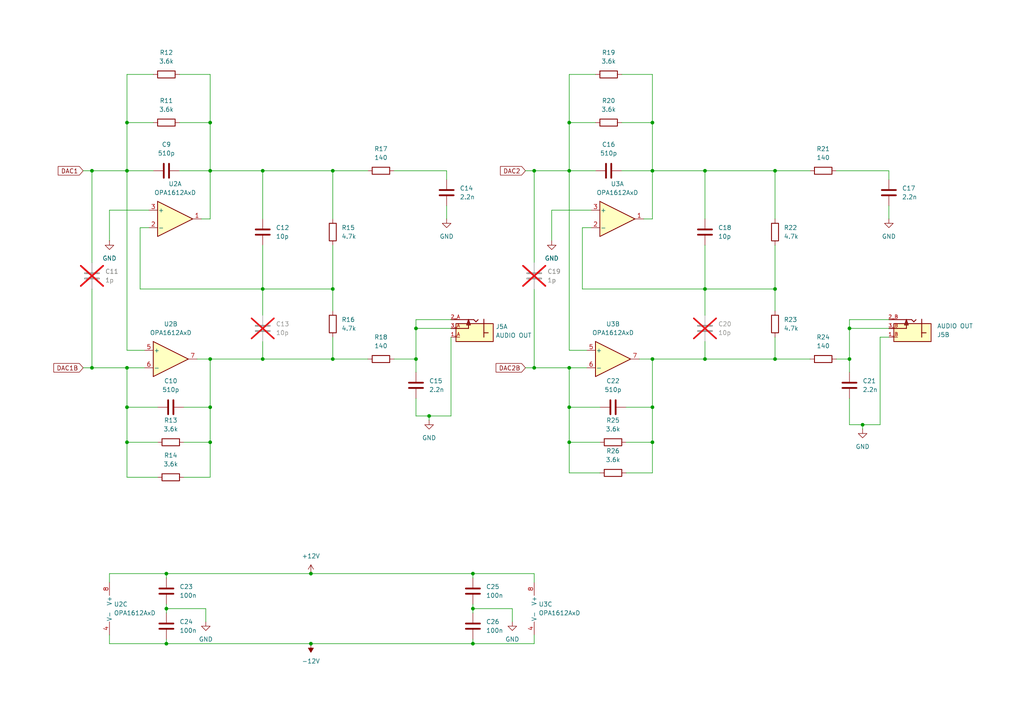
<source format=kicad_sch>
(kicad_sch (version 20250114) (generator "eeschema") (generator_version "9.0")
  (paper "A4")
  (lib_symbols
    (symbol "Amplifier_Operational:OPA1612AxD" (pin_names (offset 0.127))
      (property "Reference" "U" (at 0 5.08 0))
      (property "Value" "OPA1612AxD" (at 0 -5.08 0))
      (symbol "OPA1612AxD_1_1"
        (polyline (pts (xy -5.08 5.08) (xy 5.08 0) (xy -5.08 -5.08) (xy -5.08 5.08)) (stroke (width 0.254)) (fill (type background)))
        (pin input line (at -7.62 2.54 0) (length 2.54) (name "+") (number "3"))
        (pin input line (at -7.62 -2.54 0) (length 2.54) (name "-") (number "2"))
        (pin output line (at 7.62 0 180) (length 2.54) (name "~") (number "1"))
      )
      (symbol "OPA1612AxD_2_1"
        (polyline (pts (xy -5.08 5.08) (xy 5.08 0) (xy -5.08 -5.08) (xy -5.08 5.08)) (stroke (width 0.254)) (fill (type background)))
        (pin input line (at -7.62 2.54 0) (length 2.54) (name "+") (number "5"))
        (pin input line (at -7.62 -2.54 0) (length 2.54) (name "-") (number "6"))
        (pin output line (at 7.62 0 180) (length 2.54) (name "~") (number "7"))
      )
      (symbol "OPA1612AxD_3_1"
        (pin power_in line (at -2.54 7.62 270) (length 3.81) (name "V+") (number "8"))
        (pin power_in line (at -2.54 -7.62 90) (length 3.81) (name "V-") (number "4"))
      )
    )
    (symbol "Custom:PJRAN2X1U01AUX" (pin_names (offset 1.016))
      (property "Reference" "J" (at -5.08 5.08 0))
      (property "Value" "PJRAN2X1U01AUX" (at -5.08 -5.08 0))
      (symbol "PJRAN2X1U01AUX_1_0"
        (rectangle (start -7.1574 -3.8292) (end 3.6376 1.3778) (stroke (width 0.254)) (fill (type background)))
        (polyline (pts (xy -4.445 2.667) (xy -4.445 -1.27)) (stroke (width 0.254)))
        (polyline (pts (xy -4.445 -1.27) (xy -5.715 -1.27)) (stroke (width 0.254)))
        (polyline (pts (xy -4.445 -1.27) (xy -4.445 -2.54)) (stroke (width 0.254)))
        (polyline (pts (xy -2.159 1.905) (xy -2.794 2.54)) (stroke (width 0.254)))
        (polyline (pts (xy -1.524 2.54) (xy -2.159 1.905)) (stroke (width 0.254)))
        (polyline (pts (xy -0.508 1.016) (xy 0.508 1.016)) (stroke (width 0.254)))
        (polyline (pts (xy 0 2.54) (xy -1.524 2.54)) (stroke (width 0.254)))
        (polyline (pts (xy 0 2.54) (xy -0.508 1.016)) (stroke (width 0.254)))
        (polyline (pts (xy 0 2.54) (xy 0 0)) (stroke (width 0.254)))
        (polyline (pts (xy 0 0) (xy 5.08 0)) (stroke (width 0.254)))
        (polyline (pts (xy 0.508 1.016) (xy 0 2.54)) (stroke (width 0.254)))
        (polyline (pts (xy 5.08 2.54) (xy 0 2.54)) (stroke (width 0.254)))
        (pin passive line (at 5.08 2.54 180) (length 2.54) (name "~") (number "2_A"))
        (pin passive line (at 5.08 0 180) (length 2.54) (name "~") (number "3_A"))
        (pin passive line (at 5.08 -2.54 180) (length 2.54) (name "~") (number "1_A"))
      )
      (symbol "PJRAN2X1U01AUX_2_0"
        (rectangle (start -7.1574 -3.8292) (end 3.6376 1.3778) (stroke (width 0.254)) (fill (type background)))
        (polyline (pts (xy -4.445 2.667) (xy -4.445 -1.27)) (stroke (width 0.254)))
        (polyline (pts (xy -4.445 -1.27) (xy -5.715 -1.27)) (stroke (width 0.254)))
        (polyline (pts (xy -4.445 -1.27) (xy -4.445 -2.54)) (stroke (width 0.254)))
        (polyline (pts (xy -2.159 1.905) (xy -2.794 2.54)) (stroke (width 0.254)))
        (polyline (pts (xy -1.524 2.54) (xy -2.159 1.905)) (stroke (width 0.254)))
        (polyline (pts (xy -0.508 1.016) (xy 0.508 1.016)) (stroke (width 0.254)))
        (polyline (pts (xy 0 2.54) (xy -1.524 2.54)) (stroke (width 0.254)))
        (polyline (pts (xy 0 2.54) (xy -0.508 1.016)) (stroke (width 0.254)))
        (polyline (pts (xy 0 2.54) (xy 0 0)) (stroke (width 0.254)))
        (polyline (pts (xy 0 0) (xy 5.08 0)) (stroke (width 0.254)))
        (polyline (pts (xy 0.508 1.016) (xy 0 2.54)) (stroke (width 0.254)))
        (polyline (pts (xy 5.08 2.54) (xy 0 2.54)) (stroke (width 0.254)))
        (pin passive line (at 5.08 2.54 180) (length 2.54) (name "~") (number "2_B"))
        (pin passive line (at 5.08 0 180) (length 2.54) (name "~") (number "3_B"))
        (pin passive line (at 5.08 -2.54 180) (length 2.54) (name "~") (number "1_B"))
      )
    )
    (symbol "Device:C" (pin_numbers (hide yes)) (pin_names (offset 0.254))
      (property "Reference" "C" (at 0.635 2.54 0))
      (property "Value" "C" (at 0.635 -2.54 0))
      (symbol "C_0_1"
        (polyline (pts (xy -2.032 0.762) (xy 2.032 0.762)) (stroke (width 0.508)))
        (polyline (pts (xy -2.032 -0.762) (xy 2.032 -0.762)) (stroke (width 0.508)))
      )
      (symbol "C_1_1"
        (pin passive line (at 0 3.81 270) (length 2.794) (name "~") (number "1"))
        (pin passive line (at 0 -3.81 90) (length 2.794) (name "~") (number "2"))
      )
    )
    (symbol "Device:R" (pin_numbers (hide yes)) (pin_names (offset 0))
      (property "Reference" "R" (at 2.032 0 90))
      (property "Value" "R" (at 0 0 90))
      (symbol "R_0_1"
        (rectangle (start -1.016 -2.54) (end 1.016 2.54) (stroke (width 0.254)))
      )
      (symbol "R_1_1"
        (pin passive line (at 0 3.81 270) (length 1.27) (name "~") (number "1"))
        (pin passive line (at 0 -3.81 90) (length 1.27) (name "~") (number "2"))
      )
    )
    (symbol "power:+12V" (power) (pin_numbers (hide yes)) (pin_names (offset 0) (hide yes))
      (property "Value" "+12V" (at 0 3.556 0))
      (symbol "+12V_0_1"
        (polyline (pts (xy -0.762 1.27) (xy 0 2.54)))
        (polyline (pts (xy 0 2.54) (xy 0.762 1.27)))
        (polyline (pts (xy 0 0) (xy 0 2.54)))
      )
      (symbol "+12V_1_1"
        (pin power_in line (at 0 0 90) (length 0) (name "~") (number "1"))
      )
    )
    (symbol "power:-12V" (power) (pin_numbers (hide yes)) (pin_names (offset 0) (hide yes))
      (property "Value" "-12V" (at 0 3.556 0))
      (symbol "-12V_0_0"
        (pin power_in line (at 0 0 90) (length 0) (name "~") (number "1"))
      )
      (symbol "-12V_0_1"
        (polyline (pts (xy 0 0) (xy 0 1.27) (xy 0.762 1.27) (xy 0 2.54) (xy -0.762 1.27) (xy 0 1.27)) (fill (type outline)))
      )
    )
    (symbol "power:GND" (power) (pin_numbers (hide yes)) (pin_names (offset 0) (hide yes))
      (property "Value" "GND" (at 0 -3.81 0))
      (symbol "GND_0_1"
        (polyline (pts (xy 0 0) (xy 0 -1.27) (xy 1.27 -1.27) (xy 0 -2.54) (xy -1.27 -1.27) (xy 0 -1.27)))
      )
      (symbol "GND_1_1"
        (pin power_in line (at 0 0 270) (length 0) (name "~") (number "1"))
      )
    )
    (symbol "power:GNDA" (power) (pin_numbers (hide yes)) (pin_names (offset 0) (hide yes))
      (property "Value" "GNDA" (at 0 -3.81 0))
      (symbol "GNDA_0_1"
        (polyline (pts (xy 0 0) (xy 0 -1.27) (xy 1.27 -1.27) (xy 0 -2.54) (xy -1.27 -1.27) (xy 0 -1.27)))
      )
      (symbol "GNDA_1_1"
        (pin power_in line (at 0 0 270) (length 0) (name "~") (number "1"))
      )
    )
  )
  (junction (at 48.26 176.53))
  (junction (at 48.26 166.37))
  (junction (at 250.19 123.19))
  (junction (at 60.96 104.14))
  (junction (at 189.23 35.56))
  (junction (at 96.52 104.14))
  (junction (at 224.79 49.53))
  (junction (at 36.83 35.56))
  (junction (at 96.52 83.82))
  (junction (at 224.79 83.82))
  (junction (at 76.2 104.14))
  (junction (at 165.1 118.11))
  (junction (at 154.94 49.53))
  (junction (at 36.83 118.11))
  (junction (at 96.52 49.53))
  (junction (at 189.23 104.14))
  (junction (at 189.23 118.11))
  (junction (at 120.65 95.25))
  (junction (at 60.96 49.53))
  (junction (at 204.47 83.82))
  (junction (at 189.23 49.53))
  (junction (at 60.96 118.11))
  (junction (at 48.26 186.69))
  (junction (at 204.47 104.14))
  (junction (at 246.38 95.25))
  (junction (at 76.2 83.82))
  (junction (at 90.17 166.37))
  (junction (at 120.65 104.14))
  (junction (at 165.1 128.27))
  (junction (at 137.16 166.37))
  (junction (at 137.16 186.69))
  (junction (at 36.83 49.53))
  (junction (at 76.2 49.53))
  (junction (at 165.1 35.56))
  (junction (at 165.1 49.53))
  (junction (at 137.16 176.53))
  (junction (at 165.1 106.68))
  (junction (at 224.79 104.14))
  (junction (at 189.23 128.27))
  (junction (at 26.67 106.68))
  (junction (at 124.46 120.65))
  (junction (at 60.96 35.56))
  (junction (at 26.67 49.53))
  (junction (at 60.96 128.27))
  (junction (at 36.83 128.27))
  (junction (at 204.47 49.53))
  (junction (at 246.38 104.14))
  (junction (at 90.17 186.69))
  (junction (at 154.94 106.68))
  (junction (at 36.83 106.68))
  (wire (pts (xy 48.26 176.53) (xy 59.69 176.53)))
  (wire (pts (xy 189.23 104.14) (xy 185.42 104.14)))
  (wire (pts (xy 96.52 49.53) (xy 106.68 49.53)))
  (wire (pts (xy 36.83 128.27) (xy 36.83 138.43)))
  (wire (pts (xy 40.64 83.82) (xy 76.2 83.82)))
  (wire (pts (xy 43.18 60.96) (xy 31.75 60.96)))
  (wire (pts (xy 60.96 104.14) (xy 57.15 104.14)))
  (wire (pts (xy 137.16 176.53) (xy 137.16 177.8)))
  (wire (pts (xy 48.26 185.42) (xy 48.26 186.69)))
  (wire (pts (xy 165.1 101.6) (xy 170.18 101.6)))
  (wire (pts (xy 189.23 128.27) (xy 189.23 137.16)))
  (wire (pts (xy 246.38 92.71) (xy 246.38 95.25)))
  (wire (pts (xy 45.72 128.27) (xy 36.83 128.27)))
  (wire (pts (xy 204.47 83.82) (xy 224.79 83.82)))
  (wire (pts (xy 137.16 176.53) (xy 148.59 176.53)))
  (wire (pts (xy 60.96 49.53) (xy 76.2 49.53)))
  (wire (pts (xy 40.64 66.04) (xy 40.64 83.82)))
  (wire (pts (xy 165.1 35.56) (xy 172.72 35.56)))
  (wire (pts (xy 242.57 49.53) (xy 257.81 49.53)))
  (wire (pts (xy 154.94 166.37) (xy 154.94 168.91)))
  (wire (pts (xy 76.2 49.53) (xy 96.52 49.53)))
  (wire (pts (xy 204.47 104.14) (xy 224.79 104.14)))
  (wire (pts (xy 224.79 97.79) (xy 224.79 104.14)))
  (wire (pts (xy 160.02 60.96) (xy 160.02 69.85)))
  (wire (pts (xy 120.65 104.14) (xy 120.65 95.25)))
  (wire (pts (xy 48.26 186.69) (xy 31.75 186.69)))
  (wire (pts (xy 204.47 99.06) (xy 204.47 104.14)))
  (wire (pts (xy 76.2 71.12) (xy 76.2 83.82)))
  (wire (pts (xy 246.38 123.19) (xy 250.19 123.19)))
  (wire (pts (xy 52.07 35.56) (xy 60.96 35.56)))
  (wire (pts (xy 43.18 66.04) (xy 40.64 66.04)))
  (wire (pts (xy 130.81 97.79) (xy 130.81 120.65)))
  (wire (pts (xy 124.46 121.92) (xy 124.46 120.65)))
  (wire (pts (xy 26.67 106.68) (xy 36.83 106.68)))
  (wire (pts (xy 204.47 49.53) (xy 204.47 63.5)))
  (wire (pts (xy 154.94 106.68) (xy 165.1 106.68)))
  (wire (pts (xy 31.75 168.91) (xy 31.75 166.37)))
  (wire (pts (xy 154.94 49.53) (xy 165.1 49.53)))
  (wire (pts (xy 246.38 107.95) (xy 246.38 104.14)))
  (wire (pts (xy 60.96 128.27) (xy 53.34 128.27)))
  (wire (pts (xy 76.2 83.82) (xy 76.2 91.44)))
  (wire (pts (xy 96.52 71.12) (xy 96.52 83.82)))
  (wire (pts (xy 120.65 120.65) (xy 124.46 120.65)))
  (wire (pts (xy 180.34 21.59) (xy 189.23 21.59)))
  (wire (pts (xy 180.34 35.56) (xy 189.23 35.56)))
  (wire (pts (xy 137.16 175.26) (xy 137.16 176.53)))
  (wire (pts (xy 60.96 21.59) (xy 60.96 35.56)))
  (wire (pts (xy 76.2 83.82) (xy 96.52 83.82)))
  (wire (pts (xy 60.96 49.53) (xy 60.96 63.5)))
  (wire (pts (xy 96.52 83.82) (xy 96.52 90.17)))
  (wire (pts (xy 204.47 71.12) (xy 204.47 83.82)))
  (wire (pts (xy 189.23 118.11) (xy 189.23 104.14)))
  (wire (pts (xy 96.52 49.53) (xy 96.52 63.5)))
  (wire (pts (xy 154.94 184.15) (xy 154.94 186.69)))
  (wire (pts (xy 120.65 92.71) (xy 120.65 95.25)))
  (wire (pts (xy 48.26 166.37) (xy 48.26 167.64)))
  (wire (pts (xy 130.81 120.65) (xy 124.46 120.65)))
  (wire (pts (xy 36.83 49.53) (xy 36.83 101.6)))
  (wire (pts (xy 204.47 49.53) (xy 224.79 49.53)))
  (wire (pts (xy 154.94 83.82) (xy 154.94 106.68)))
  (wire (pts (xy 154.94 186.69) (xy 137.16 186.69)))
  (wire (pts (xy 31.75 186.69) (xy 31.75 184.15)))
  (wire (pts (xy 53.34 138.43) (xy 60.96 138.43)))
  (wire (pts (xy 24.13 106.68) (xy 26.67 106.68)))
  (wire (pts (xy 189.23 118.11) (xy 189.23 128.27)))
  (wire (pts (xy 76.2 49.53) (xy 76.2 63.5)))
  (wire (pts (xy 255.27 97.79) (xy 255.27 123.19)))
  (wire (pts (xy 137.16 186.69) (xy 90.17 186.69)))
  (wire (pts (xy 129.54 59.69) (xy 129.54 63.5)))
  (wire (pts (xy 137.16 166.37) (xy 137.16 167.64)))
  (wire (pts (xy 90.17 186.69) (xy 48.26 186.69)))
  (wire (pts (xy 171.45 66.04) (xy 168.91 66.04)))
  (wire (pts (xy 224.79 49.53) (xy 234.95 49.53)))
  (wire (pts (xy 60.96 63.5) (xy 58.42 63.5)))
  (wire (pts (xy 168.91 83.82) (xy 204.47 83.82)))
  (wire (pts (xy 165.1 49.53) (xy 165.1 35.56)))
  (wire (pts (xy 171.45 60.96) (xy 160.02 60.96)))
  (wire (pts (xy 165.1 118.11) (xy 173.99 118.11)))
  (wire (pts (xy 257.81 49.53) (xy 257.81 52.07)))
  (wire (pts (xy 96.52 104.14) (xy 106.68 104.14)))
  (wire (pts (xy 165.1 118.11) (xy 165.1 128.27)))
  (wire (pts (xy 36.83 21.59) (xy 44.45 21.59)))
  (wire (pts (xy 189.23 35.56) (xy 189.23 49.53)))
  (wire (pts (xy 26.67 49.53) (xy 26.67 76.2)))
  (wire (pts (xy 120.65 95.25) (xy 130.81 95.25)))
  (wire (pts (xy 154.94 49.53) (xy 154.94 76.2)))
  (wire (pts (xy 114.3 49.53) (xy 129.54 49.53)))
  (wire (pts (xy 224.79 104.14) (xy 234.95 104.14)))
  (wire (pts (xy 24.13 49.53) (xy 26.67 49.53)))
  (wire (pts (xy 165.1 35.56) (xy 165.1 21.59)))
  (wire (pts (xy 204.47 83.82) (xy 204.47 91.44)))
  (wire (pts (xy 224.79 49.53) (xy 224.79 63.5)))
  (wire (pts (xy 170.18 106.68) (xy 165.1 106.68)))
  (wire (pts (xy 76.2 99.06) (xy 76.2 104.14)))
  (wire (pts (xy 31.75 166.37) (xy 48.26 166.37)))
  (wire (pts (xy 36.83 138.43) (xy 45.72 138.43)))
  (wire (pts (xy 257.81 92.71) (xy 246.38 92.71)))
  (wire (pts (xy 36.83 49.53) (xy 44.45 49.53)))
  (wire (pts (xy 173.99 128.27) (xy 165.1 128.27)))
  (wire (pts (xy 189.23 63.5) (xy 186.69 63.5)))
  (wire (pts (xy 137.16 185.42) (xy 137.16 186.69)))
  (wire (pts (xy 36.83 35.56) (xy 44.45 35.56)))
  (wire (pts (xy 137.16 166.37) (xy 154.94 166.37)))
  (wire (pts (xy 152.4 106.68) (xy 154.94 106.68)))
  (wire (pts (xy 76.2 104.14) (xy 96.52 104.14)))
  (wire (pts (xy 48.26 176.53) (xy 48.26 177.8)))
  (wire (pts (xy 120.65 120.65) (xy 120.65 115.57)))
  (wire (pts (xy 224.79 71.12) (xy 224.79 83.82)))
  (wire (pts (xy 31.75 60.96) (xy 31.75 69.85)))
  (wire (pts (xy 246.38 95.25) (xy 257.81 95.25)))
  (wire (pts (xy 246.38 95.25) (xy 246.38 104.14)))
  (wire (pts (xy 165.1 49.53) (xy 165.1 101.6)))
  (wire (pts (xy 60.96 35.56) (xy 60.96 49.53)))
  (wire (pts (xy 165.1 106.68) (xy 165.1 118.11)))
  (wire (pts (xy 36.83 101.6) (xy 41.91 101.6)))
  (wire (pts (xy 189.23 128.27) (xy 181.61 128.27)))
  (wire (pts (xy 53.34 118.11) (xy 60.96 118.11)))
  (wire (pts (xy 250.19 123.19) (xy 250.19 124.46)))
  (wire (pts (xy 246.38 115.57) (xy 246.38 123.19)))
  (wire (pts (xy 255.27 123.19) (xy 250.19 123.19)))
  (wire (pts (xy 52.07 49.53) (xy 60.96 49.53)))
  (wire (pts (xy 168.91 66.04) (xy 168.91 83.82)))
  (wire (pts (xy 120.65 107.95) (xy 120.65 104.14)))
  (wire (pts (xy 189.23 49.53) (xy 189.23 63.5)))
  (wire (pts (xy 26.67 49.53) (xy 36.83 49.53)))
  (wire (pts (xy 36.83 118.11) (xy 36.83 128.27)))
  (wire (pts (xy 181.61 118.11) (xy 189.23 118.11)))
  (wire (pts (xy 165.1 49.53) (xy 172.72 49.53)))
  (wire (pts (xy 59.69 176.53) (xy 59.69 180.34)))
  (wire (pts (xy 181.61 137.16) (xy 189.23 137.16)))
  (wire (pts (xy 165.1 137.16) (xy 173.99 137.16)))
  (wire (pts (xy 41.91 106.68) (xy 36.83 106.68)))
  (wire (pts (xy 224.79 83.82) (xy 224.79 90.17)))
  (wire (pts (xy 60.96 104.14) (xy 76.2 104.14)))
  (wire (pts (xy 129.54 49.53) (xy 129.54 52.07)))
  (wire (pts (xy 48.26 175.26) (xy 48.26 176.53)))
  (wire (pts (xy 165.1 21.59) (xy 172.72 21.59)))
  (wire (pts (xy 96.52 97.79) (xy 96.52 104.14)))
  (wire (pts (xy 60.96 128.27) (xy 60.96 138.43)))
  (wire (pts (xy 189.23 21.59) (xy 189.23 35.56)))
  (wire (pts (xy 148.59 176.53) (xy 148.59 180.34)))
  (wire (pts (xy 26.67 83.82) (xy 26.67 106.68)))
  (wire (pts (xy 257.81 59.69) (xy 257.81 63.5)))
  (wire (pts (xy 48.26 166.37) (xy 90.17 166.37)))
  (wire (pts (xy 242.57 104.14) (xy 246.38 104.14)))
  (wire (pts (xy 90.17 166.37) (xy 137.16 166.37)))
  (wire (pts (xy 255.27 97.79) (xy 257.81 97.79)))
  (wire (pts (xy 60.96 118.11) (xy 60.96 128.27)))
  (wire (pts (xy 36.83 35.56) (xy 36.83 21.59)))
  (wire (pts (xy 152.4 49.53) (xy 154.94 49.53)))
  (wire (pts (xy 52.07 21.59) (xy 60.96 21.59)))
  (wire (pts (xy 60.96 118.11) (xy 60.96 104.14)))
  (wire (pts (xy 189.23 104.14) (xy 204.47 104.14)))
  (wire (pts (xy 130.81 92.71) (xy 120.65 92.71)))
  (wire (pts (xy 165.1 128.27) (xy 165.1 137.16)))
  (wire (pts (xy 180.34 49.53) (xy 189.23 49.53)))
  (wire (pts (xy 36.83 118.11) (xy 45.72 118.11)))
  (wire (pts (xy 189.23 49.53) (xy 204.47 49.53)))
  (wire (pts (xy 36.83 106.68) (xy 36.83 118.11)))
  (wire (pts (xy 114.3 104.14) (xy 120.65 104.14)))
  (wire (pts (xy 36.83 49.53) (xy 36.83 35.56)))
  (global_label "DAC1" (shape input) (at 24.13 49.53 180) (property "Intersheetrefs" "${INTERSHEET_REFS}" (effects (hide yes))))
  (global_label "DAC2B" (shape input) (at 152.4 106.68 180) (property "Intersheetrefs" "${INTERSHEET_REFS}" (effects (hide yes))))
  (global_label "DAC1B" (shape input) (at 24.13 106.68 180) (property "Intersheetrefs" "${INTERSHEET_REFS}" (effects (hide yes))))
  (global_label "DAC2" (shape input) (at 152.4 49.53 180) (property "Intersheetrefs" "${INTERSHEET_REFS}" (effects (hide yes))))
  (symbol (lib_id "Device:R") (at 224.79 93.98 180) (unit 1)
    (property "Reference" "R23" (at 227.33 92.7099 0) (effects (justify right)))
    (property "Value" "4.7k" (at 227.33 95.2499 0) (effects (justify right)))
    (property "Footprint" "Resistor_SMD:R_0603_1608Metric_Pad0.98x0.95mm_HandSolder" (effects (hide yes)))
    (property "Description" "ERA-3AEB472V" (effects (hide yes)))
    (property "Vendor" "Panasonic" (effects (hide yes)))
  )
  (symbol (lib_id "Device:R") (at 238.76 104.14 90) (unit 1)
    (property "Reference" "R24" (at 238.76 97.79 90))
    (property "Value" "140" (at 238.76 100.33 90))
    (property "Footprint" "Resistor_SMD:R_0603_1608Metric_Pad0.98x0.95mm_HandSolder" (effects (hide yes)))
    (property "Description" "MCT06030C1400FP500" (effects (hide yes)))
    (property "Vendor" "Vishay" (effects (hide yes)))
  )
  (symbol (lib_id "Device:C") (at 177.8 118.11 90) (unit 1)
    (property "Reference" "C22" (at 177.8 110.49 90))
    (property "Value" "510p" (at 177.8 113.03 90))
    (property "Footprint" "Capacitor_SMD:C_0603_1608Metric" (effects (hide yes)))
    (property "Description" "GRM1885C1H511JA01D" (effects (hide yes)))
    (property "Vendor" "Murata" (effects (hide yes)))
  )
  (symbol (lib_id "Device:C") (at 48.26 49.53 90) (unit 1)
    (property "Reference" "C9" (at 48.26 41.91 90))
    (property "Value" "510p" (at 48.26 44.45 90))
    (property "Footprint" "Capacitor_SMD:C_0603_1608Metric" (effects (hide yes)))
    (property "Description" "GRM1885C1H511JA01D" (effects (hide yes)))
    (property "Vendor" "Murata" (effects (hide yes)))
  )
  (symbol (lib_id "Device:R") (at 224.79 67.31 180) (unit 1)
    (property "Reference" "R22" (at 227.33 66.0399 0) (effects (justify right)))
    (property "Value" "4.7k" (at 227.33 68.5799 0) (effects (justify right)))
    (property "Footprint" "Resistor_SMD:R_0603_1608Metric_Pad0.98x0.95mm_HandSolder" (effects (hide yes)))
    (property "Description" "ERA-3AEB472V" (effects (hide yes)))
    (property "Vendor" "Panasonic" (effects (hide yes)))
  )
  (symbol (lib_id "Device:R") (at 96.52 67.31 180) (unit 1)
    (property "Reference" "R15" (at 99.06 66.0399 0) (effects (justify right)))
    (property "Value" "4.7k" (at 99.06 68.5799 0) (effects (justify right)))
    (property "Footprint" "Resistor_SMD:R_0603_1608Metric_Pad0.98x0.95mm_HandSolder" (effects (hide yes)))
    (property "Description" "ERA-3AEB472V" (effects (hide yes)))
    (property "Vendor" "Panasonic" (effects (hide yes)))
  )
  (symbol (lib_id "Device:C") (at 76.2 95.25 180) (unit 1) (in_bom no) (dnp yes)
    (property "Reference" "C13" (at 80.01 93.9799 0) (effects (justify right)))
    (property "Value" "10p" (at 80.01 96.5199 0) (effects (justify right)))
    (property "Footprint" "Capacitor_SMD:C_0603_1608Metric" (effects (hide yes)))
    (property "Description" "Unpolarized capacitor" (effects (hide yes)))
  )
  (symbol (lib_id "Device:C") (at 48.26 171.45 180) (unit 1)
    (property "Reference" "C23" (at 52.07 170.1799 0) (effects (justify right)))
    (property "Value" "100n" (at 52.07 172.7199 0) (effects (justify right)))
    (property "Footprint" "Capacitor_SMD:C_0603_1608Metric" (effects (hide yes)))
    (property "Description" "06035A104JAT2A" (effects (hide yes)))
    (property "Vendor" "Kyocera" (effects (hide yes)))
  )
  (symbol (lib_id "Amplifier_Operational:OPA1612AxD") (at 34.29 176.53 0) (unit 3)
    (property "Reference" "U2" (at 33.02 175.2599 0) (effects (justify left)))
    (property "Value" "OPA1612AxD" (at 33.02 177.7999 0) (effects (justify left)))
    (property "Footprint" "Package_SO:SOIC-8_3.9x4.9mm_P1.27mm" (effects (hide yes)))
    (property "Datasheet" "http://www.ti.com/lit/ds/symlink/opa1612.pdf" (effects (hide yes)))
    (property "Description" "OPA1612AIDR" (effects (hide yes)))
    (property "Vendor" "TI" (effects (hide yes)))
  )
  (symbol (lib_id "power:GNDA") (at 31.75 69.85 0) (unit 1)
    (property "Reference" "#PWR013" (effects (hide yes)))
    (property "Value" "GND" (at 31.75 74.93 0))
    (property "Description" "Power symbol creates a global label with name \"GNDA\" , analog ground" (effects (hide yes)))
  )
  (symbol (lib_id "Device:C") (at 49.53 118.11 90) (unit 1)
    (property "Reference" "C10" (at 49.53 110.49 90))
    (property "Value" "510p" (at 49.53 113.03 90))
    (property "Footprint" "Capacitor_SMD:C_0603_1608Metric" (effects (hide yes)))
    (property "Description" "GRM1885C1H511JA01D" (effects (hide yes)))
    (property "Vendor" "Murata" (effects (hide yes)))
  )
  (symbol (lib_id "power:GNDA") (at 257.81 63.5 0) (unit 1)
    (property "Reference" "#PWR016" (effects (hide yes)))
    (property "Value" "GND" (at 257.81 68.58 0))
    (property "Description" "Power symbol creates a global label with name \"GNDA\" , analog ground" (effects (hide yes)))
  )
  (symbol (lib_id "power:GNDA") (at 124.46 121.92 0) (unit 1)
    (property "Reference" "#PWR015" (effects (hide yes)))
    (property "Value" "GND" (at 124.46 127 0))
    (property "Description" "Power symbol creates a global label with name \"GNDA\" , analog ground" (effects (hide yes)))
  )
  (symbol (lib_id "Device:R") (at 177.8 137.16 90) (unit 1)
    (property "Reference" "R26" (at 177.8 130.81 90))
    (property "Value" "3.6k" (at 177.8 133.35 90))
    (property "Footprint" "Resistor_SMD:R_0603_1608Metric_Pad0.98x0.95mm_HandSolder" (effects (hide yes)))
    (property "Description" "RT0603FRE073K6L" (effects (hide yes)))
    (property "Vendor" "Yaego" (effects (hide yes)))
  )
  (symbol (lib_id "power:GND") (at 148.59 180.34 0) (unit 1)
    (property "Reference" "#PWR022" (effects (hide yes)))
    (property "Value" "GND" (at 148.59 185.42 0))
    (property "Description" "Power symbol creates a global label with name \"GND\" , ground" (effects (hide yes)))
  )
  (symbol (lib_id "Device:C") (at 154.94 80.01 180) (unit 1) (in_bom no) (dnp yes)
    (property "Reference" "C19" (at 158.75 78.7399 0) (effects (justify right)))
    (property "Value" "1p" (at 158.75 81.2799 0) (effects (justify right)))
    (property "Footprint" "Capacitor_SMD:C_0603_1608Metric" (effects (hide yes)))
    (property "Description" "Unpolarized capacitor" (effects (hide yes)))
  )
  (symbol (lib_id "Device:C") (at 48.26 181.61 180) (unit 1)
    (property "Reference" "C24" (at 52.07 180.3399 0) (effects (justify right)))
    (property "Value" "100n" (at 52.07 182.8799 0) (effects (justify right)))
    (property "Footprint" "Capacitor_SMD:C_0603_1608Metric" (effects (hide yes)))
    (property "Description" "06035A104JAT2A" (effects (hide yes)))
    (property "Vendor" "Kyocera" (effects (hide yes)))
  )
  (symbol (lib_id "power:+12V") (at 90.17 166.37 0) (unit 1)
    (property "Reference" "#PWR019" (effects (hide yes)))
    (property "Value" "+12V" (at 90.17 161.29 0))
    (property "Description" "Power symbol creates a global label with name \"+12V\"" (effects (hide yes)))
  )
  (symbol (lib_id "power:GNDA") (at 129.54 63.5 0) (unit 1)
    (property "Reference" "#PWR014" (effects (hide yes)))
    (property "Value" "GND" (at 129.54 68.58 0))
    (property "Description" "Power symbol creates a global label with name \"GNDA\" , analog ground" (effects (hide yes)))
  )
  (symbol (lib_id "Device:R") (at 177.8 128.27 90) (unit 1)
    (property "Reference" "R25" (at 177.8 121.92 90))
    (property "Value" "3.6k" (at 177.8 124.46 90))
    (property "Footprint" "Resistor_SMD:R_0603_1608Metric_Pad0.98x0.95mm_HandSolder" (effects (hide yes)))
    (property "Description" "RT0603FRE073K6L" (effects (hide yes)))
    (property "Vendor" "Yaego" (effects (hide yes)))
  )
  (symbol (lib_id "Device:C") (at 76.2 67.31 180) (unit 1)
    (property "Reference" "C12" (at 80.01 66.0399 0) (effects (justify right)))
    (property "Value" "10p" (at 80.01 68.5799 0) (effects (justify right)))
    (property "Footprint" "Capacitor_SMD:C_0603_1608Metric" (effects (hide yes)))
    (property "Description" "0603N100J250CT" (effects (hide yes)))
    (property "Vendor" "Walsin" (effects (hide yes)))
  )
  (symbol (lib_id "Amplifier_Operational:OPA1612AxD") (at 157.48 176.53 0) (unit 3)
    (property "Reference" "U3" (at 156.21 175.2599 0) (effects (justify left)))
    (property "Value" "OPA1612AxD" (at 156.21 177.7999 0) (effects (justify left)))
    (property "Footprint" "Package_SO:SOIC-8_3.9x4.9mm_P1.27mm" (effects (hide yes)))
    (property "Datasheet" "http://www.ti.com/lit/ds/symlink/opa1612.pdf" (effects (hide yes)))
    (property "Description" "OPA1612AIDR" (effects (hide yes)))
    (property "Vendor" "TI" (effects (hide yes)))
  )
  (symbol (lib_id "power:GNDA") (at 160.02 69.85 0) (unit 1)
    (property "Reference" "#PWR017" (effects (hide yes)))
    (property "Value" "GND" (at 160.02 74.93 0))
    (property "Description" "Power symbol creates a global label with name \"GNDA\" , analog ground" (effects (hide yes)))
  )
  (symbol (lib_id "Device:R") (at 176.53 35.56 90) (unit 1)
    (property "Reference" "R20" (at 176.53 29.21 90))
    (property "Value" "3.6k" (at 176.53 31.75 90))
    (property "Footprint" "Resistor_SMD:R_0603_1608Metric_Pad0.98x0.95mm_HandSolder" (effects (hide yes)))
    (property "Description" "RT0603FRE073K6L" (effects (hide yes)))
    (property "Vendor" "Yaego" (effects (hide yes)))
  )
  (symbol (lib_id "Device:R") (at 48.26 21.59 90) (unit 1)
    (property "Reference" "R12" (at 48.26 15.24 90))
    (property "Value" "3.6k" (at 48.26 17.78 90))
    (property "Footprint" "Resistor_SMD:R_0603_1608Metric_Pad0.98x0.95mm_HandSolder" (effects (hide yes)))
    (property "Description" "RT0603FRE073K6L" (effects (hide yes)))
    (property "Vendor" "Yaego" (effects (hide yes)))
  )
  (symbol (lib_id "Device:R") (at 49.53 128.27 90) (unit 1)
    (property "Reference" "R13" (at 49.53 121.92 90))
    (property "Value" "3.6k" (at 49.53 124.46 90))
    (property "Footprint" "Resistor_SMD:R_0603_1608Metric_Pad0.98x0.95mm_HandSolder" (effects (hide yes)))
    (property "Description" "RT0603FRE073K6L" (effects (hide yes)))
    (property "Vendor" "Yaego" (effects (hide yes)))
  )
  (symbol (lib_id "Device:R") (at 110.49 49.53 90) (unit 1)
    (property "Reference" "R17" (at 110.49 43.18 90))
    (property "Value" "140" (at 110.49 45.72 90))
    (property "Footprint" "Resistor_SMD:R_0603_1608Metric_Pad0.98x0.95mm_HandSolder" (effects (hide yes)))
    (property "Description" "MCT06030C1400FP500" (effects (hide yes)))
    (property "Vendor" "Vishay" (effects (hide yes)))
  )
  (symbol (lib_id "Device:R") (at 48.26 35.56 90) (unit 1)
    (property "Reference" "R11" (at 48.26 29.21 90))
    (property "Value" "3.6k" (at 48.26 31.75 90))
    (property "Footprint" "Resistor_SMD:R_0603_1608Metric_Pad0.98x0.95mm_HandSolder" (effects (hide yes)))
    (property "Description" "RT0603FRE073K6L" (effects (hide yes)))
    (property "Vendor" "Yaego" (effects (hide yes)))
  )
  (symbol (lib_id "Custom:PJRAN2X1U01AUX") (at 135.89 95.25 0) (mirror y) (unit 1)
    (property "Reference" "J5" (at 143.764 94.742 0) (effects (justify right)))
    (property "Value" "AUDIO OUT" (at 143.764 97.282 0) (effects (justify right)))
    (property "Footprint" "Custom:SWITCHCRAFT_PJRAN2X1U01AUX" (effects (hide yes)))
    (property "Description" "3.20mm ID, 9.00mm OD _RCA_ Phono _RCA_ Jack Mono Connector Solder" (effects (hide yes)))
    (property "MF" "Switchcraft Inc." (effects (hide yes)))
    (property "PACKAGE" "None" (effects (hide yes)))
    (property "PRICE" "None" (effects (hide yes)))
    (property "Package" "None" (effects (hide yes)))
    (property "Check_prices" "https://www.snapeda.com/parts/PJRAN2X1U01AUX/SWITCHCRAFT/view-part/?ref=eda" (effects (hide yes)))
    (property "Price" "None" (effects (hide yes)))
    (property "SnapEDA_Link" "https://www.snapeda.com/parts/PJRAN2X1U01AUX/SWITCHCRAFT/view-part/?ref=snap" (effects (hide yes)))
    (property "MP" "PJRAN2X1U01AUX" (effects (hide yes)))
    (property "Availability" "In Stock" (effects (hide yes)))
    (property "AVAILABILITY" "Unavailable" (effects (hide yes)))
    (property "Description_1" "2 POS RA PH JK R-W G | Switchcraft PJRAN2X1U01AUX" (effects (hide yes)))
  )
  (symbol (lib_id "Device:R") (at 176.53 21.59 90) (unit 1)
    (property "Reference" "R19" (at 176.53 15.24 90))
    (property "Value" "3.6k" (at 176.53 17.78 90))
    (property "Footprint" "Resistor_SMD:R_0603_1608Metric_Pad0.98x0.95mm_HandSolder" (effects (hide yes)))
    (property "Description" "RT0603FRE073K6L" (effects (hide yes)))
    (property "Vendor" "Yaego" (effects (hide yes)))
  )
  (symbol (lib_id "power:GNDA") (at 250.19 124.46 0) (unit 1)
    (property "Reference" "#PWR018" (effects (hide yes)))
    (property "Value" "GND" (at 250.19 129.54 0))
    (property "Description" "Power symbol creates a global label with name \"GNDA\" , analog ground" (effects (hide yes)))
  )
  (symbol (lib_id "Amplifier_Operational:OPA1612AxD") (at 179.07 63.5 0) (unit 1)
    (property "Reference" "U3" (at 179.07 53.34 0))
    (property "Value" "OPA1612AxD" (at 179.07 55.88 0))
    (property "Footprint" "Package_SO:SOIC-8_3.9x4.9mm_P1.27mm" (effects (hide yes)))
    (property "Datasheet" "http://www.ti.com/lit/ds/symlink/opa1612.pdf" (effects (hide yes)))
    (property "Description" "OPA1612AIDR" (effects (hide yes)))
    (property "Vendor" "TI" (effects (hide yes)))
  )
  (symbol (lib_id "Amplifier_Operational:OPA1612AxD") (at 177.8 104.14 0) (unit 2)
    (property "Reference" "U3" (at 177.8 93.98 0))
    (property "Value" "OPA1612AxD" (at 177.8 96.52 0))
    (property "Footprint" "Package_SO:SOIC-8_3.9x4.9mm_P1.27mm" (effects (hide yes)))
    (property "Datasheet" "http://www.ti.com/lit/ds/symlink/opa1612.pdf" (effects (hide yes)))
    (property "Description" "OPA1612AIDR" (effects (hide yes)))
    (property "Vendor" "TI" (effects (hide yes)))
  )
  (symbol (lib_id "Custom:PJRAN2X1U01AUX") (at 262.89 95.25 0) (mirror y) (unit 2)
    (property "Reference" "J5" (at 271.78 97.1012 0) (effects (justify right)))
    (property "Value" "AUDIO OUT" (at 271.78 94.5612 0) (effects (justify right)))
    (property "Footprint" "Custom:SWITCHCRAFT_PJRAN2X1U01AUX" (effects (hide yes)))
    (property "Description" "3.20mm ID, 9.00mm OD _RCA_ Phono _RCA_ Jack Mono Connector Solder" (effects (hide yes)))
    (property "MF" "Switchcraft Inc." (effects (hide yes)))
    (property "PACKAGE" "None" (effects (hide yes)))
    (property "PRICE" "None" (effects (hide yes)))
    (property "Package" "None" (effects (hide yes)))
    (property "Check_prices" "https://www.snapeda.com/parts/PJRAN2X1U01AUX/SWITCHCRAFT/view-part/?ref=eda" (effects (hide yes)))
    (property "Price" "None" (effects (hide yes)))
    (property "SnapEDA_Link" "https://www.snapeda.com/parts/PJRAN2X1U01AUX/SWITCHCRAFT/view-part/?ref=snap" (effects (hide yes)))
    (property "MP" "PJRAN2X1U01AUX" (effects (hide yes)))
    (property "Availability" "In Stock" (effects (hide yes)))
    (property "AVAILABILITY" "Unavailable" (effects (hide yes)))
    (property "Description_1" "2 POS RA PH JK R-W G | Switchcraft PJRAN2X1U01AUX" (effects (hide yes)))
  )
  (symbol (lib_id "Device:C") (at 246.38 111.76 180) (unit 1)
    (property "Reference" "C21" (at 250.19 110.4899 0) (effects (justify right)))
    (property "Value" "2.2n" (at 250.19 113.0299 0) (effects (justify right)))
    (property "Footprint" "Capacitor_SMD:C_0603_1608Metric" (effects (hide yes)))
    (property "Description" "0603N222G250CT" (effects (hide yes)))
    (property "Vendor" "Walsin" (effects (hide yes)))
  )
  (symbol (lib_id "Device:C") (at 176.53 49.53 90) (unit 1)
    (property "Reference" "C16" (at 176.53 41.91 90))
    (property "Value" "510p" (at 176.53 44.45 90))
    (property "Footprint" "Capacitor_SMD:C_0603_1608Metric" (effects (hide yes)))
    (property "Description" "GRM1885C1H511JA01D" (effects (hide yes)))
    (property "Vendor" "Murata" (effects (hide yes)))
  )
  (symbol (lib_id "Device:C") (at 257.81 55.88 180) (unit 1)
    (property "Reference" "C17" (at 261.62 54.6099 0) (effects (justify right)))
    (property "Value" "2.2n" (at 261.62 57.1499 0) (effects (justify right)))
    (property "Footprint" "Capacitor_SMD:C_0603_1608Metric" (effects (hide yes)))
    (property "Description" "0603N222G250CT" (effects (hide yes)))
    (property "Vendor" "Walsin" (effects (hide yes)))
  )
  (symbol (lib_id "Device:C") (at 129.54 55.88 180) (unit 1)
    (property "Reference" "C14" (at 133.35 54.6099 0) (effects (justify right)))
    (property "Value" "2.2n" (at 133.35 57.1499 0) (effects (justify right)))
    (property "Footprint" "Capacitor_SMD:C_0603_1608Metric" (effects (hide yes)))
    (property "Description" "0603N222G250CT" (effects (hide yes)))
    (property "Vendor" "Walsin" (effects (hide yes)))
  )
  (symbol (lib_id "power:-12V") (at 90.17 186.69 180) (unit 1)
    (property "Reference" "#PWR020" (effects (hide yes)))
    (property "Value" "-12V" (at 90.17 191.77 0))
    (property "Description" "Power symbol creates a global label with name \"-12V\"" (effects (hide yes)))
  )
  (symbol (lib_id "power:GND") (at 59.69 180.34 0) (unit 1)
    (property "Reference" "#PWR021" (effects (hide yes)))
    (property "Value" "GND" (at 59.69 185.42 0))
    (property "Description" "Power symbol creates a global label with name \"GND\" , ground" (effects (hide yes)))
  )
  (symbol (lib_id "Amplifier_Operational:OPA1612AxD") (at 49.53 104.14 0) (unit 2)
    (property "Reference" "U2" (at 49.53 93.98 0))
    (property "Value" "OPA1612AxD" (at 49.53 96.52 0))
    (property "Footprint" "Package_SO:SOIC-8_3.9x4.9mm_P1.27mm" (effects (hide yes)))
    (property "Datasheet" "http://www.ti.com/lit/ds/symlink/opa1612.pdf" (effects (hide yes)))
    (property "Description" "OPA1612AIDR" (effects (hide yes)))
    (property "Vendor" "TI" (effects (hide yes)))
  )
  (symbol (lib_id "Device:R") (at 110.49 104.14 90) (unit 1)
    (property "Reference" "R18" (at 110.49 97.79 90))
    (property "Value" "140" (at 110.49 100.33 90))
    (property "Footprint" "Resistor_SMD:R_0603_1608Metric_Pad0.98x0.95mm_HandSolder" (effects (hide yes)))
    (property "Description" "MCT06030C1400FP500" (effects (hide yes)))
    (property "Vendor" "Vishay" (effects (hide yes)))
  )
  (symbol (lib_id "Device:R") (at 49.53 138.43 90) (unit 1)
    (property "Reference" "R14" (at 49.53 132.08 90))
    (property "Value" "3.6k" (at 49.53 134.62 90))
    (property "Footprint" "Resistor_SMD:R_0603_1608Metric_Pad0.98x0.95mm_HandSolder" (effects (hide yes)))
    (property "Description" "RT0603FRE073K6L" (effects (hide yes)))
    (property "Vendor" "Yaego" (effects (hide yes)))
  )
  (symbol (lib_id "Device:C") (at 137.16 181.61 180) (unit 1)
    (property "Reference" "C26" (at 140.97 180.3399 0) (effects (justify right)))
    (property "Value" "100n" (at 140.97 182.8799 0) (effects (justify right)))
    (property "Footprint" "Capacitor_SMD:C_0603_1608Metric" (effects (hide yes)))
    (property "Description" "06035A104JAT2A" (effects (hide yes)))
    (property "Vendor" "Kyocera" (effects (hide yes)))
  )
  (symbol (lib_id "Amplifier_Operational:OPA1612AxD") (at 50.8 63.5 0) (unit 1)
    (property "Reference" "U2" (at 50.8 53.34 0))
    (property "Value" "OPA1612AxD" (at 50.8 55.88 0))
    (property "Footprint" "Package_SO:SOIC-8_3.9x4.9mm_P1.27mm" (effects (hide yes)))
    (property "Datasheet" "http://www.ti.com/lit/ds/symlink/opa1612.pdf" (effects (hide yes)))
    (property "Description" "OPA1612AIDR" (effects (hide yes)))
    (property "Vendor" "TI" (effects (hide yes)))
  )
  (symbol (lib_id "Device:R") (at 96.52 93.98 180) (unit 1)
    (property "Reference" "R16" (at 99.06 92.7099 0) (effects (justify right)))
    (property "Value" "4.7k" (at 99.06 95.2499 0) (effects (justify right)))
    (property "Footprint" "Resistor_SMD:R_0603_1608Metric_Pad0.98x0.95mm_HandSolder" (effects (hide yes)))
    (property "Description" "ERA-3AEB472V" (effects (hide yes)))
    (property "Vendor" "Panasonic" (effects (hide yes)))
  )
  (symbol (lib_id "Device:C") (at 204.47 95.25 180) (unit 1) (in_bom no) (dnp yes)
    (property "Reference" "C20" (at 208.28 93.9799 0) (effects (justify right)))
    (property "Value" "10p" (at 208.28 96.5199 0) (effects (justify right)))
    (property "Footprint" "Capacitor_SMD:C_0603_1608Metric" (effects (hide yes)))
    (property "Description" "Unpolarized capacitor" (effects (hide yes)))
  )
  (symbol (lib_id "Device:R") (at 238.76 49.53 90) (unit 1)
    (property "Reference" "R21" (at 238.76 43.18 90))
    (property "Value" "140" (at 238.76 45.72 90))
    (property "Footprint" "Resistor_SMD:R_0603_1608Metric_Pad0.98x0.95mm_HandSolder" (effects (hide yes)))
    (property "Description" "MCT06030C1400FP500" (effects (hide yes)))
    (property "Vendor" "Vishay" (effects (hide yes)))
  )
  (symbol (lib_id "Device:C") (at 204.47 67.31 180) (unit 1)
    (property "Reference" "C18" (at 208.28 66.0399 0) (effects (justify right)))
    (property "Value" "10p" (at 208.28 68.5799 0) (effects (justify right)))
    (property "Footprint" "Capacitor_SMD:C_0603_1608Metric" (effects (hide yes)))
    (property "Description" "0603N100J250CT" (effects (hide yes)))
    (property "Vendor" "Walsin" (effects (hide yes)))
  )
  (symbol (lib_id "Device:C") (at 26.67 80.01 180) (unit 1) (in_bom no) (dnp yes)
    (property "Reference" "C11" (at 30.48 78.7399 0) (effects (justify right)))
    (property "Value" "1p" (at 30.48 81.2799 0) (effects (justify right)))
    (property "Footprint" "Capacitor_SMD:C_0603_1608Metric" (effects (hide yes)))
    (property "Description" "Unpolarized capacitor" (effects (hide yes)))
  )
  (symbol (lib_id "Device:C") (at 137.16 171.45 180) (unit 1)
    (property "Reference" "C25" (at 140.97 170.1799 0) (effects (justify right)))
    (property "Value" "100n" (at 140.97 172.7199 0) (effects (justify right)))
    (property "Footprint" "Capacitor_SMD:C_0603_1608Metric" (effects (hide yes)))
    (property "Description" "06035A104JAT2A" (effects (hide yes)))
    (property "Vendor" "Kyocera" (effects (hide yes)))
  )
  (symbol (lib_id "Device:C") (at 120.65 111.76 180) (unit 1)
    (property "Reference" "C15" (at 124.46 110.4899 0) (effects (justify right)))
    (property "Value" "2.2n" (at 124.46 113.0299 0) (effects (justify right)))
    (property "Footprint" "Capacitor_SMD:C_0603_1608Metric" (effects (hide yes)))
    (property "Description" "0603N222G250CT" (effects (hide yes)))
    (property "Vendor" "Walsin" (effects (hide yes)))
  )
)
</source>
